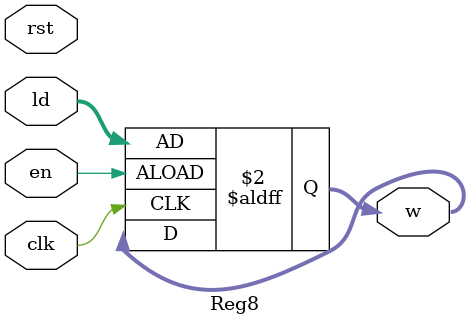
<source format=v>
module Reg8(input [7:0]ld,input clk,en,rst,output reg [7:0]w);
  always @(posedge clk,posedge en) 
    if(en)
      w<=ld;
    /*if(rst)
      w<=0;
    else*/ 
endmodule


</source>
